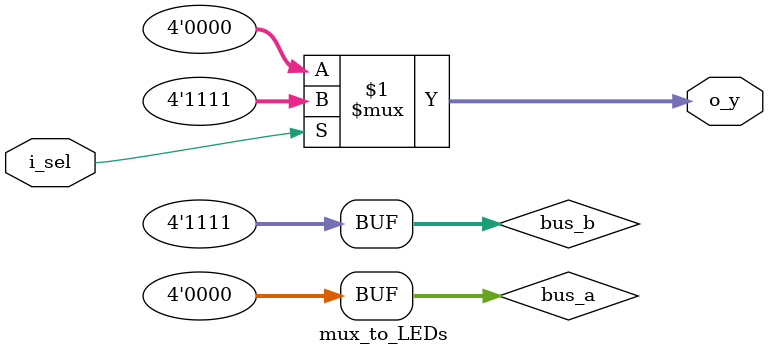
<source format=v>
module mux_to_LEDs 
    #( parameter N = 4)
    (
        input i_sel,
        output [N-1:0] o_y);

    reg [N-1:0] bus_a = 4'b0000;
    reg [N-1:0] bus_b = 4'b1111;

    assign o_y = i_sel ? bus_b : bus_a;
    
endmodule
</source>
